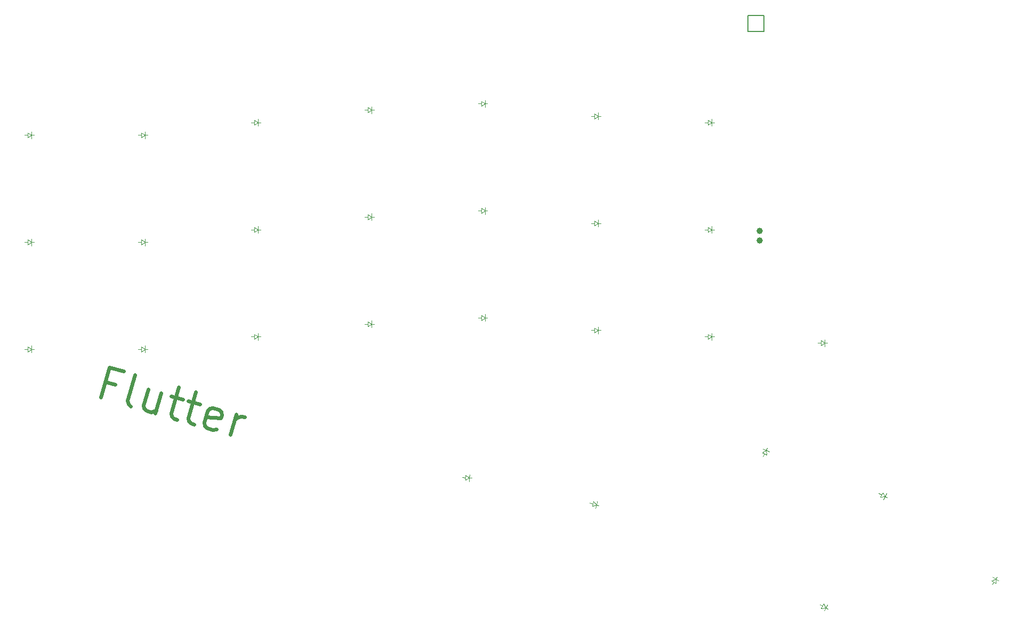
<source format=gbr>
%TF.GenerationSoftware,KiCad,Pcbnew,6.0.7*%
%TF.CreationDate,2022-09-14T22:19:13-04:00*%
%TF.ProjectId,flutter_v2_wren,666c7574-7465-4725-9f76-325f7772656e,v1.0.0*%
%TF.SameCoordinates,Original*%
%TF.FileFunction,Legend,Top*%
%TF.FilePolarity,Positive*%
%FSLAX46Y46*%
G04 Gerber Fmt 4.6, Leading zero omitted, Abs format (unit mm)*
G04 Created by KiCad (PCBNEW 6.0.7) date 2022-09-14 22:19:13*
%MOMM*%
%LPD*%
G01*
G04 APERTURE LIST*
%ADD10C,0.600000*%
%ADD11C,0.150000*%
%ADD12C,0.100000*%
%ADD13C,1.000000*%
G04 APERTURE END LIST*
D10*
X19614866Y-12610922D02*
X18012763Y-12151526D01*
X17290856Y-14669117D02*
X18669043Y-9862808D01*
X20957761Y-10519088D01*
X22097164Y-16047303D02*
X21705049Y-15687176D01*
X21607433Y-15163804D01*
X22788736Y-11044111D01*
X26906777Y-13958773D02*
X25987985Y-17162978D01*
X24846930Y-13368121D02*
X24125023Y-15885711D01*
X24222639Y-16409083D01*
X24614754Y-16769211D01*
X25301370Y-16966095D01*
X25824742Y-16868479D01*
X26119241Y-16705235D01*
X28508879Y-14418168D02*
X30339854Y-14943192D01*
X29654891Y-13012949D02*
X28473588Y-17132642D01*
X28571204Y-17656014D01*
X28963319Y-18016142D01*
X29421063Y-18147398D01*
X31255341Y-15205704D02*
X33086316Y-15730727D01*
X32401353Y-13800485D02*
X31220050Y-17920178D01*
X31317666Y-18443549D01*
X31709781Y-18803677D01*
X32167525Y-18934933D01*
X35666230Y-19690480D02*
X35142859Y-19788096D01*
X34227371Y-19525584D01*
X33835256Y-19165457D01*
X33737640Y-18642085D01*
X34262663Y-16811110D01*
X34622791Y-16418995D01*
X35146163Y-16321379D01*
X36061650Y-16583890D01*
X36453766Y-16944018D01*
X36551382Y-17467390D01*
X36420126Y-17925133D01*
X34000152Y-17726598D01*
X37889321Y-20575631D02*
X38808112Y-17371426D01*
X38545600Y-18286913D02*
X38905728Y-17894797D01*
X39200228Y-17731553D01*
X39723599Y-17633937D01*
X40181343Y-17765193D01*
D11*
%TO.C,*%
%TO.C,MCU1*%
%TO.C,*%
D12*
%TO.C,D10*%
X60350000Y-3000000D02*
X60350000Y-2450000D01*
X60750000Y-3000000D02*
X60350000Y-3000000D01*
X59750000Y-2600000D02*
X60350000Y-3000000D01*
X59750000Y-3400000D02*
X59750000Y-2600000D01*
X60350000Y-3000000D02*
X59750000Y-3400000D01*
X60350000Y-3000000D02*
X60350000Y-3550000D01*
X59750000Y-3000000D02*
X59250000Y-3000000D01*
%TO.C,D13*%
X78350000Y-2000000D02*
X78350000Y-1450000D01*
X78350000Y-2000000D02*
X77750000Y-2400000D01*
X77750000Y-1600000D02*
X78350000Y-2000000D01*
X78350000Y-2000000D02*
X78350000Y-2550000D01*
X78750000Y-2000000D02*
X78350000Y-2000000D01*
X77750000Y-2400000D02*
X77750000Y-1600000D01*
X77750000Y-2000000D02*
X77250000Y-2000000D01*
%TO.C,D25*%
X159463343Y-43464461D02*
X159924611Y-43764013D01*
X159136559Y-43967664D02*
X158864240Y-44386999D01*
X159463343Y-43464461D02*
X159002074Y-43164910D01*
X159681198Y-43128993D02*
X159463343Y-43464461D01*
X159472027Y-44185519D02*
X158801091Y-43749808D01*
X159463343Y-43464461D02*
X159472027Y-44185519D01*
X158801091Y-43749808D02*
X159463343Y-43464461D01*
%TO.C,D26*%
X131750000Y-6400000D02*
X131750000Y-5600000D01*
X132350000Y-6000000D02*
X132350000Y-5450000D01*
X132750000Y-6000000D02*
X132350000Y-6000000D01*
X131750000Y-6000000D02*
X131250000Y-6000000D01*
X131750000Y-5600000D02*
X132350000Y-6000000D01*
X132350000Y-6000000D02*
X132350000Y-6550000D01*
X132350000Y-6000000D02*
X131750000Y-6400000D01*
%TO.C,D2*%
X6350000Y10000000D02*
X6350000Y10550000D01*
X5750000Y9600000D02*
X5750000Y10400000D01*
X6750000Y10000000D02*
X6350000Y10000000D01*
X5750000Y10000000D02*
X5250000Y10000000D01*
X5750000Y10400000D02*
X6350000Y10000000D01*
X6350000Y10000000D02*
X5750000Y9600000D01*
X6350000Y10000000D02*
X6350000Y9450000D01*
%TO.C,D21*%
X114350000Y29000000D02*
X114350000Y28450000D01*
X114350000Y29000000D02*
X114350000Y29550000D01*
X114350000Y29000000D02*
X113750000Y28600000D01*
X113750000Y28600000D02*
X113750000Y29400000D01*
X113750000Y29000000D02*
X113250000Y29000000D01*
X113750000Y29400000D02*
X114350000Y29000000D01*
X114750000Y29000000D02*
X114350000Y29000000D01*
%TO.C,D14*%
X77750000Y15400000D02*
X78350000Y15000000D01*
X78350000Y15000000D02*
X77750000Y14600000D01*
X78750000Y15000000D02*
X78350000Y15000000D01*
X77750000Y14600000D02*
X77750000Y15400000D01*
X78350000Y15000000D02*
X78350000Y15550000D01*
X78350000Y15000000D02*
X78350000Y14450000D01*
X77750000Y15000000D02*
X77250000Y15000000D01*
%TO.C,D3*%
X5750000Y27000000D02*
X5250000Y27000000D01*
X6350000Y27000000D02*
X6350000Y26450000D01*
X5750000Y26600000D02*
X5750000Y27400000D01*
X6750000Y27000000D02*
X6350000Y27000000D01*
X5750000Y27400000D02*
X6350000Y27000000D01*
X6350000Y27000000D02*
X6350000Y27550000D01*
X6350000Y27000000D02*
X5750000Y26600000D01*
%TO.C,D23*%
X132134315Y-47412085D02*
X132476295Y-48046947D01*
X131946526Y-47765264D02*
X131505052Y-47530528D01*
X131758737Y-48118443D02*
X132134315Y-47412085D01*
X132829474Y-48234736D02*
X132476295Y-48046947D01*
X132476295Y-48046947D02*
X131758737Y-48118443D01*
X132476295Y-48046947D02*
X132218085Y-48532568D01*
X132476295Y-48046947D02*
X132734504Y-47561326D01*
%TO.C,D8*%
X42350000Y12000000D02*
X41750000Y11600000D01*
X42350000Y12000000D02*
X42350000Y12550000D01*
X42750000Y12000000D02*
X42350000Y12000000D01*
X42350000Y12000000D02*
X42350000Y11450000D01*
X41750000Y11600000D02*
X41750000Y12400000D01*
X41750000Y12000000D02*
X41250000Y12000000D01*
X41750000Y12400000D02*
X42350000Y12000000D01*
%TO.C,D9*%
X41750000Y29400000D02*
X42350000Y29000000D01*
X41750000Y28600000D02*
X41750000Y29400000D01*
X42350000Y29000000D02*
X42350000Y28450000D01*
X42350000Y29000000D02*
X41750000Y28600000D01*
X41750000Y29000000D02*
X41250000Y29000000D01*
X42750000Y29000000D02*
X42350000Y29000000D01*
X42350000Y29000000D02*
X42350000Y29550000D01*
%TO.C,D24*%
X141148169Y-30459491D02*
X141523747Y-29753133D01*
X141865727Y-30387995D02*
X141148169Y-30459491D01*
X141865727Y-30387995D02*
X141607517Y-30873616D01*
X141335958Y-30106312D02*
X140894484Y-29871576D01*
X142218906Y-30575784D02*
X141865727Y-30387995D01*
X141865727Y-30387995D02*
X142123936Y-29902374D01*
X141523747Y-29753133D02*
X141865727Y-30387995D01*
%TO.C,D5*%
X23750000Y9600000D02*
X23750000Y10400000D01*
X24350000Y10000000D02*
X24350000Y10550000D01*
X23750000Y10400000D02*
X24350000Y10000000D01*
X23750000Y10000000D02*
X23250000Y10000000D01*
X24350000Y10000000D02*
X23750000Y9600000D01*
X24350000Y10000000D02*
X24350000Y9450000D01*
X24750000Y10000000D02*
X24350000Y10000000D01*
%TO.C,D7*%
X41750000Y-4600000D02*
X42350000Y-5000000D01*
X42350000Y-5000000D02*
X42350000Y-4450000D01*
X41750000Y-5400000D02*
X41750000Y-4600000D01*
X42750000Y-5000000D02*
X42350000Y-5000000D01*
X41750000Y-5000000D02*
X41250000Y-5000000D01*
X42350000Y-5000000D02*
X42350000Y-5550000D01*
X42350000Y-5000000D02*
X41750000Y-5400000D01*
%TO.C,D16*%
X96350000Y-4000000D02*
X96350000Y-4550000D01*
X95750000Y-4400000D02*
X95750000Y-3600000D01*
X96350000Y-4000000D02*
X95750000Y-4400000D01*
X96750000Y-4000000D02*
X96350000Y-4000000D01*
X95750000Y-4000000D02*
X95250000Y-4000000D01*
X96350000Y-4000000D02*
X96350000Y-3450000D01*
X95750000Y-3600000D02*
X96350000Y-4000000D01*
%TO.C,D6*%
X24350000Y27000000D02*
X24350000Y27550000D01*
X24350000Y27000000D02*
X23750000Y26600000D01*
X24750000Y27000000D02*
X24350000Y27000000D01*
X23750000Y26600000D02*
X23750000Y27400000D01*
X23750000Y27000000D02*
X23250000Y27000000D01*
X23750000Y27400000D02*
X24350000Y27000000D01*
X24350000Y27000000D02*
X24350000Y26450000D01*
%TO.C,D19*%
X114750000Y-5000000D02*
X114350000Y-5000000D01*
X114350000Y-5000000D02*
X114350000Y-4450000D01*
X113750000Y-5000000D02*
X113250000Y-5000000D01*
X113750000Y-4600000D02*
X114350000Y-5000000D01*
X114350000Y-5000000D02*
X114350000Y-5550000D01*
X114350000Y-5000000D02*
X113750000Y-5400000D01*
X113750000Y-5400000D02*
X113750000Y-4600000D01*
D11*
%TO.C,MCU1*%
X122650000Y45990000D02*
X120110000Y45990000D01*
X122650000Y43450000D02*
X120110000Y43450000D01*
X120110000Y43450000D02*
X120110000Y45990000D01*
X122650000Y45990000D02*
X122650000Y43450000D01*
D12*
%TO.C,D1*%
X5750000Y-7000000D02*
X5250000Y-7000000D01*
X6750000Y-7000000D02*
X6350000Y-7000000D01*
X6350000Y-7000000D02*
X5750000Y-7400000D01*
X6350000Y-7000000D02*
X6350000Y-6450000D01*
X5750000Y-6600000D02*
X6350000Y-7000000D01*
X5750000Y-7400000D02*
X5750000Y-6600000D01*
X6350000Y-7000000D02*
X6350000Y-7550000D01*
%TO.C,D17*%
X96350000Y13000000D02*
X96350000Y13550000D01*
X95750000Y13000000D02*
X95250000Y13000000D01*
X95750000Y12600000D02*
X95750000Y13400000D01*
X95750000Y13400000D02*
X96350000Y13000000D01*
X96750000Y13000000D02*
X96350000Y13000000D01*
X96350000Y13000000D02*
X95750000Y12600000D01*
X96350000Y13000000D02*
X96350000Y12450000D01*
%TO.C,D15*%
X77750000Y31600000D02*
X77750000Y32400000D01*
X78350000Y32000000D02*
X78350000Y32550000D01*
X77750000Y32400000D02*
X78350000Y32000000D01*
X78350000Y32000000D02*
X77750000Y31600000D01*
X78750000Y32000000D02*
X78350000Y32000000D01*
X77750000Y32000000D02*
X77250000Y32000000D01*
X78350000Y32000000D02*
X78350000Y31450000D01*
%TO.C,D28*%
X96429379Y-31782346D02*
X96040431Y-31688968D01*
X95550388Y-31159953D02*
X96040431Y-31688968D01*
X96040431Y-31688968D02*
X95363631Y-31937849D01*
X96040431Y-31688968D02*
X96168826Y-31154164D01*
X96040431Y-31688968D02*
X95912037Y-32223771D01*
X95363631Y-31937849D02*
X95550388Y-31159953D01*
X95457010Y-31548901D02*
X94970825Y-31432178D01*
%TO.C,D4*%
X23750000Y-7400000D02*
X23750000Y-6600000D01*
X23750000Y-7000000D02*
X23250000Y-7000000D01*
X24350000Y-7000000D02*
X24350000Y-7550000D01*
X24750000Y-7000000D02*
X24350000Y-7000000D01*
X24350000Y-7000000D02*
X24350000Y-6450000D01*
X23750000Y-6600000D02*
X24350000Y-7000000D01*
X24350000Y-7000000D02*
X23750000Y-7400000D01*
%TO.C,D22*%
X122733554Y-23594270D02*
X122530186Y-24051043D01*
X122368136Y-23431576D02*
X122977596Y-23046143D01*
X123140290Y-22680725D02*
X122977596Y-23046143D01*
X123098972Y-23756965D02*
X122368136Y-23431576D01*
X122977596Y-23046143D02*
X123098972Y-23756965D01*
X122977596Y-23046143D02*
X122475146Y-22822438D01*
X122977596Y-23046143D02*
X123480046Y-23269848D01*
%TO.C,D27*%
X75247698Y-27384048D02*
X74748916Y-27349170D01*
X75219795Y-27783074D02*
X75275601Y-26985022D01*
X75846236Y-27425902D02*
X75807870Y-27974562D01*
X75846236Y-27425902D02*
X75884602Y-26877242D01*
X76245262Y-27453804D02*
X75846236Y-27425902D01*
X75275601Y-26985022D02*
X75846236Y-27425902D01*
X75846236Y-27425902D02*
X75219795Y-27783074D01*
%TO.C,D12*%
X60350000Y31000000D02*
X60350000Y31550000D01*
X59750000Y31000000D02*
X59250000Y31000000D01*
X59750000Y30600000D02*
X59750000Y31400000D01*
X60350000Y31000000D02*
X59750000Y30600000D01*
X60750000Y31000000D02*
X60350000Y31000000D01*
X59750000Y31400000D02*
X60350000Y31000000D01*
X60350000Y31000000D02*
X60350000Y30450000D01*
%TO.C,D20*%
X113750000Y12000000D02*
X113250000Y12000000D01*
X114350000Y12000000D02*
X114350000Y12550000D01*
X113750000Y12400000D02*
X114350000Y12000000D01*
X114350000Y12000000D02*
X114350000Y11450000D01*
X114750000Y12000000D02*
X114350000Y12000000D01*
X113750000Y11600000D02*
X113750000Y12400000D01*
X114350000Y12000000D02*
X113750000Y11600000D01*
%TO.C,D18*%
X96750000Y30000000D02*
X96350000Y30000000D01*
X95750000Y30000000D02*
X95250000Y30000000D01*
X95750000Y30400000D02*
X96350000Y30000000D01*
X95750000Y29600000D02*
X95750000Y30400000D01*
X96350000Y30000000D02*
X96350000Y29450000D01*
X96350000Y30000000D02*
X96350000Y30550000D01*
X96350000Y30000000D02*
X95750000Y29600000D01*
%TO.C,D11*%
X59750000Y13600000D02*
X59750000Y14400000D01*
X60750000Y14000000D02*
X60350000Y14000000D01*
X59750000Y14000000D02*
X59250000Y14000000D01*
X60350000Y14000000D02*
X60350000Y13450000D01*
X60350000Y14000000D02*
X60350000Y14550000D01*
X59750000Y14400000D02*
X60350000Y14000000D01*
X60350000Y14000000D02*
X59750000Y13600000D01*
%TD*%
D13*
%TO.C,*%
X122000000Y11750000D03*
X122000000Y10250000D03*
%TD*%
M02*

</source>
